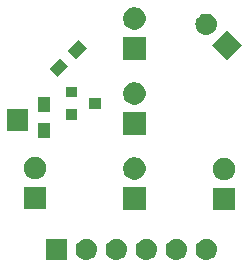
<source format=gbr>
G04 #@! TF.GenerationSoftware,KiCad,Pcbnew,5.0.1*
G04 #@! TF.CreationDate,2019-01-23T10:45:12+05:30*
G04 #@! TF.ProjectId,traffic,747261666669632E6B696361645F7063,rev?*
G04 #@! TF.SameCoordinates,Original*
G04 #@! TF.FileFunction,Soldermask,Bot*
G04 #@! TF.FilePolarity,Negative*
%FSLAX46Y46*%
G04 Gerber Fmt 4.6, Leading zero omitted, Abs format (unit mm)*
G04 Created by KiCad (PCBNEW 5.0.1) date Wed 23 Jan 2019 10:45:12 AM IST*
%MOMM*%
%LPD*%
G01*
G04 APERTURE LIST*
%ADD10C,0.100000*%
G04 APERTURE END LIST*
D10*
G36*
X153526442Y-104769518D02*
X153592627Y-104776037D01*
X153705853Y-104810384D01*
X153762467Y-104827557D01*
X153901087Y-104901652D01*
X153918991Y-104911222D01*
X153954729Y-104940552D01*
X154056186Y-105023814D01*
X154139448Y-105125271D01*
X154168778Y-105161009D01*
X154168779Y-105161011D01*
X154252443Y-105317533D01*
X154252443Y-105317534D01*
X154303963Y-105487373D01*
X154321359Y-105664000D01*
X154303963Y-105840627D01*
X154269616Y-105953853D01*
X154252443Y-106010467D01*
X154178348Y-106149087D01*
X154168778Y-106166991D01*
X154139448Y-106202729D01*
X154056186Y-106304186D01*
X153954729Y-106387448D01*
X153918991Y-106416778D01*
X153918989Y-106416779D01*
X153762467Y-106500443D01*
X153705853Y-106517616D01*
X153592627Y-106551963D01*
X153526442Y-106558482D01*
X153460260Y-106565000D01*
X153371740Y-106565000D01*
X153305558Y-106558482D01*
X153239373Y-106551963D01*
X153126147Y-106517616D01*
X153069533Y-106500443D01*
X152913011Y-106416779D01*
X152913009Y-106416778D01*
X152877271Y-106387448D01*
X152775814Y-106304186D01*
X152692552Y-106202729D01*
X152663222Y-106166991D01*
X152653652Y-106149087D01*
X152579557Y-106010467D01*
X152562384Y-105953853D01*
X152528037Y-105840627D01*
X152510641Y-105664000D01*
X152528037Y-105487373D01*
X152579557Y-105317534D01*
X152579557Y-105317533D01*
X152663221Y-105161011D01*
X152663222Y-105161009D01*
X152692552Y-105125271D01*
X152775814Y-105023814D01*
X152877271Y-104940552D01*
X152913009Y-104911222D01*
X152930913Y-104901652D01*
X153069533Y-104827557D01*
X153126147Y-104810384D01*
X153239373Y-104776037D01*
X153305558Y-104769518D01*
X153371740Y-104763000D01*
X153460260Y-104763000D01*
X153526442Y-104769518D01*
X153526442Y-104769518D01*
G37*
G36*
X150986442Y-104769518D02*
X151052627Y-104776037D01*
X151165853Y-104810384D01*
X151222467Y-104827557D01*
X151361087Y-104901652D01*
X151378991Y-104911222D01*
X151414729Y-104940552D01*
X151516186Y-105023814D01*
X151599448Y-105125271D01*
X151628778Y-105161009D01*
X151628779Y-105161011D01*
X151712443Y-105317533D01*
X151712443Y-105317534D01*
X151763963Y-105487373D01*
X151781359Y-105664000D01*
X151763963Y-105840627D01*
X151729616Y-105953853D01*
X151712443Y-106010467D01*
X151638348Y-106149087D01*
X151628778Y-106166991D01*
X151599448Y-106202729D01*
X151516186Y-106304186D01*
X151414729Y-106387448D01*
X151378991Y-106416778D01*
X151378989Y-106416779D01*
X151222467Y-106500443D01*
X151165853Y-106517616D01*
X151052627Y-106551963D01*
X150986442Y-106558482D01*
X150920260Y-106565000D01*
X150831740Y-106565000D01*
X150765558Y-106558482D01*
X150699373Y-106551963D01*
X150586147Y-106517616D01*
X150529533Y-106500443D01*
X150373011Y-106416779D01*
X150373009Y-106416778D01*
X150337271Y-106387448D01*
X150235814Y-106304186D01*
X150152552Y-106202729D01*
X150123222Y-106166991D01*
X150113652Y-106149087D01*
X150039557Y-106010467D01*
X150022384Y-105953853D01*
X149988037Y-105840627D01*
X149970641Y-105664000D01*
X149988037Y-105487373D01*
X150039557Y-105317534D01*
X150039557Y-105317533D01*
X150123221Y-105161011D01*
X150123222Y-105161009D01*
X150152552Y-105125271D01*
X150235814Y-105023814D01*
X150337271Y-104940552D01*
X150373009Y-104911222D01*
X150390913Y-104901652D01*
X150529533Y-104827557D01*
X150586147Y-104810384D01*
X150699373Y-104776037D01*
X150765558Y-104769518D01*
X150831740Y-104763000D01*
X150920260Y-104763000D01*
X150986442Y-104769518D01*
X150986442Y-104769518D01*
G37*
G36*
X148446442Y-104769518D02*
X148512627Y-104776037D01*
X148625853Y-104810384D01*
X148682467Y-104827557D01*
X148821087Y-104901652D01*
X148838991Y-104911222D01*
X148874729Y-104940552D01*
X148976186Y-105023814D01*
X149059448Y-105125271D01*
X149088778Y-105161009D01*
X149088779Y-105161011D01*
X149172443Y-105317533D01*
X149172443Y-105317534D01*
X149223963Y-105487373D01*
X149241359Y-105664000D01*
X149223963Y-105840627D01*
X149189616Y-105953853D01*
X149172443Y-106010467D01*
X149098348Y-106149087D01*
X149088778Y-106166991D01*
X149059448Y-106202729D01*
X148976186Y-106304186D01*
X148874729Y-106387448D01*
X148838991Y-106416778D01*
X148838989Y-106416779D01*
X148682467Y-106500443D01*
X148625853Y-106517616D01*
X148512627Y-106551963D01*
X148446442Y-106558482D01*
X148380260Y-106565000D01*
X148291740Y-106565000D01*
X148225558Y-106558482D01*
X148159373Y-106551963D01*
X148046147Y-106517616D01*
X147989533Y-106500443D01*
X147833011Y-106416779D01*
X147833009Y-106416778D01*
X147797271Y-106387448D01*
X147695814Y-106304186D01*
X147612552Y-106202729D01*
X147583222Y-106166991D01*
X147573652Y-106149087D01*
X147499557Y-106010467D01*
X147482384Y-105953853D01*
X147448037Y-105840627D01*
X147430641Y-105664000D01*
X147448037Y-105487373D01*
X147499557Y-105317534D01*
X147499557Y-105317533D01*
X147583221Y-105161011D01*
X147583222Y-105161009D01*
X147612552Y-105125271D01*
X147695814Y-105023814D01*
X147797271Y-104940552D01*
X147833009Y-104911222D01*
X147850913Y-104901652D01*
X147989533Y-104827557D01*
X148046147Y-104810384D01*
X148159373Y-104776037D01*
X148225558Y-104769518D01*
X148291740Y-104763000D01*
X148380260Y-104763000D01*
X148446442Y-104769518D01*
X148446442Y-104769518D01*
G37*
G36*
X145906442Y-104769518D02*
X145972627Y-104776037D01*
X146085853Y-104810384D01*
X146142467Y-104827557D01*
X146281087Y-104901652D01*
X146298991Y-104911222D01*
X146334729Y-104940552D01*
X146436186Y-105023814D01*
X146519448Y-105125271D01*
X146548778Y-105161009D01*
X146548779Y-105161011D01*
X146632443Y-105317533D01*
X146632443Y-105317534D01*
X146683963Y-105487373D01*
X146701359Y-105664000D01*
X146683963Y-105840627D01*
X146649616Y-105953853D01*
X146632443Y-106010467D01*
X146558348Y-106149087D01*
X146548778Y-106166991D01*
X146519448Y-106202729D01*
X146436186Y-106304186D01*
X146334729Y-106387448D01*
X146298991Y-106416778D01*
X146298989Y-106416779D01*
X146142467Y-106500443D01*
X146085853Y-106517616D01*
X145972627Y-106551963D01*
X145906442Y-106558482D01*
X145840260Y-106565000D01*
X145751740Y-106565000D01*
X145685558Y-106558482D01*
X145619373Y-106551963D01*
X145506147Y-106517616D01*
X145449533Y-106500443D01*
X145293011Y-106416779D01*
X145293009Y-106416778D01*
X145257271Y-106387448D01*
X145155814Y-106304186D01*
X145072552Y-106202729D01*
X145043222Y-106166991D01*
X145033652Y-106149087D01*
X144959557Y-106010467D01*
X144942384Y-105953853D01*
X144908037Y-105840627D01*
X144890641Y-105664000D01*
X144908037Y-105487373D01*
X144959557Y-105317534D01*
X144959557Y-105317533D01*
X145043221Y-105161011D01*
X145043222Y-105161009D01*
X145072552Y-105125271D01*
X145155814Y-105023814D01*
X145257271Y-104940552D01*
X145293009Y-104911222D01*
X145310913Y-104901652D01*
X145449533Y-104827557D01*
X145506147Y-104810384D01*
X145619373Y-104776037D01*
X145685558Y-104769518D01*
X145751740Y-104763000D01*
X145840260Y-104763000D01*
X145906442Y-104769518D01*
X145906442Y-104769518D01*
G37*
G36*
X143366442Y-104769518D02*
X143432627Y-104776037D01*
X143545853Y-104810384D01*
X143602467Y-104827557D01*
X143741087Y-104901652D01*
X143758991Y-104911222D01*
X143794729Y-104940552D01*
X143896186Y-105023814D01*
X143979448Y-105125271D01*
X144008778Y-105161009D01*
X144008779Y-105161011D01*
X144092443Y-105317533D01*
X144092443Y-105317534D01*
X144143963Y-105487373D01*
X144161359Y-105664000D01*
X144143963Y-105840627D01*
X144109616Y-105953853D01*
X144092443Y-106010467D01*
X144018348Y-106149087D01*
X144008778Y-106166991D01*
X143979448Y-106202729D01*
X143896186Y-106304186D01*
X143794729Y-106387448D01*
X143758991Y-106416778D01*
X143758989Y-106416779D01*
X143602467Y-106500443D01*
X143545853Y-106517616D01*
X143432627Y-106551963D01*
X143366442Y-106558482D01*
X143300260Y-106565000D01*
X143211740Y-106565000D01*
X143145558Y-106558482D01*
X143079373Y-106551963D01*
X142966147Y-106517616D01*
X142909533Y-106500443D01*
X142753011Y-106416779D01*
X142753009Y-106416778D01*
X142717271Y-106387448D01*
X142615814Y-106304186D01*
X142532552Y-106202729D01*
X142503222Y-106166991D01*
X142493652Y-106149087D01*
X142419557Y-106010467D01*
X142402384Y-105953853D01*
X142368037Y-105840627D01*
X142350641Y-105664000D01*
X142368037Y-105487373D01*
X142419557Y-105317534D01*
X142419557Y-105317533D01*
X142503221Y-105161011D01*
X142503222Y-105161009D01*
X142532552Y-105125271D01*
X142615814Y-105023814D01*
X142717271Y-104940552D01*
X142753009Y-104911222D01*
X142770913Y-104901652D01*
X142909533Y-104827557D01*
X142966147Y-104810384D01*
X143079373Y-104776037D01*
X143145558Y-104769518D01*
X143211740Y-104763000D01*
X143300260Y-104763000D01*
X143366442Y-104769518D01*
X143366442Y-104769518D01*
G37*
G36*
X141617000Y-106565000D02*
X139815000Y-106565000D01*
X139815000Y-104763000D01*
X141617000Y-104763000D01*
X141617000Y-106565000D01*
X141617000Y-106565000D01*
G37*
G36*
X155851000Y-102351000D02*
X153949000Y-102351000D01*
X153949000Y-100449000D01*
X155851000Y-100449000D01*
X155851000Y-102351000D01*
X155851000Y-102351000D01*
G37*
G36*
X148271000Y-102297000D02*
X146369000Y-102297000D01*
X146369000Y-100395000D01*
X148271000Y-100395000D01*
X148271000Y-102297000D01*
X148271000Y-102297000D01*
G37*
G36*
X139851000Y-102251000D02*
X137949000Y-102251000D01*
X137949000Y-100349000D01*
X139851000Y-100349000D01*
X139851000Y-102251000D01*
X139851000Y-102251000D01*
G37*
G36*
X155177396Y-97945546D02*
X155350466Y-98017234D01*
X155506230Y-98121312D01*
X155638688Y-98253770D01*
X155742766Y-98409534D01*
X155814454Y-98582604D01*
X155851000Y-98766333D01*
X155851000Y-98953667D01*
X155814454Y-99137396D01*
X155742766Y-99310466D01*
X155638688Y-99466230D01*
X155506230Y-99598688D01*
X155350466Y-99702766D01*
X155177396Y-99774454D01*
X154993667Y-99811000D01*
X154806333Y-99811000D01*
X154622604Y-99774454D01*
X154449534Y-99702766D01*
X154293770Y-99598688D01*
X154161312Y-99466230D01*
X154057234Y-99310466D01*
X153985546Y-99137396D01*
X153949000Y-98953667D01*
X153949000Y-98766333D01*
X153985546Y-98582604D01*
X154057234Y-98409534D01*
X154161312Y-98253770D01*
X154293770Y-98121312D01*
X154449534Y-98017234D01*
X154622604Y-97945546D01*
X154806333Y-97909000D01*
X154993667Y-97909000D01*
X155177396Y-97945546D01*
X155177396Y-97945546D01*
G37*
G36*
X147597396Y-97891546D02*
X147770466Y-97963234D01*
X147926230Y-98067312D01*
X148058688Y-98199770D01*
X148162766Y-98355534D01*
X148234454Y-98528604D01*
X148271000Y-98712333D01*
X148271000Y-98899667D01*
X148234454Y-99083396D01*
X148162766Y-99256466D01*
X148058688Y-99412230D01*
X147926230Y-99544688D01*
X147770466Y-99648766D01*
X147597396Y-99720454D01*
X147413667Y-99757000D01*
X147226333Y-99757000D01*
X147042604Y-99720454D01*
X146869534Y-99648766D01*
X146713770Y-99544688D01*
X146581312Y-99412230D01*
X146477234Y-99256466D01*
X146405546Y-99083396D01*
X146369000Y-98899667D01*
X146369000Y-98712333D01*
X146405546Y-98528604D01*
X146477234Y-98355534D01*
X146581312Y-98199770D01*
X146713770Y-98067312D01*
X146869534Y-97963234D01*
X147042604Y-97891546D01*
X147226333Y-97855000D01*
X147413667Y-97855000D01*
X147597396Y-97891546D01*
X147597396Y-97891546D01*
G37*
G36*
X139177396Y-97845546D02*
X139350466Y-97917234D01*
X139506230Y-98021312D01*
X139638688Y-98153770D01*
X139742766Y-98309534D01*
X139814454Y-98482604D01*
X139851000Y-98666333D01*
X139851000Y-98853667D01*
X139814454Y-99037396D01*
X139742766Y-99210466D01*
X139638688Y-99366230D01*
X139506230Y-99498688D01*
X139350466Y-99602766D01*
X139177396Y-99674454D01*
X138993667Y-99711000D01*
X138806333Y-99711000D01*
X138622604Y-99674454D01*
X138449534Y-99602766D01*
X138293770Y-99498688D01*
X138161312Y-99366230D01*
X138057234Y-99210466D01*
X137985546Y-99037396D01*
X137949000Y-98853667D01*
X137949000Y-98666333D01*
X137985546Y-98482604D01*
X138057234Y-98309534D01*
X138161312Y-98153770D01*
X138293770Y-98021312D01*
X138449534Y-97917234D01*
X138622604Y-97845546D01*
X138806333Y-97809000D01*
X138993667Y-97809000D01*
X139177396Y-97845546D01*
X139177396Y-97845546D01*
G37*
G36*
X140201000Y-96251000D02*
X139199000Y-96251000D01*
X139199000Y-94949000D01*
X140201000Y-94949000D01*
X140201000Y-96251000D01*
X140201000Y-96251000D01*
G37*
G36*
X148271000Y-95947000D02*
X146369000Y-95947000D01*
X146369000Y-94045000D01*
X148271000Y-94045000D01*
X148271000Y-95947000D01*
X148271000Y-95947000D01*
G37*
G36*
X138301000Y-95601000D02*
X136499000Y-95601000D01*
X136499000Y-93799000D01*
X138301000Y-93799000D01*
X138301000Y-95601000D01*
X138301000Y-95601000D01*
G37*
G36*
X142501000Y-94701000D02*
X141499000Y-94701000D01*
X141499000Y-93799000D01*
X142501000Y-93799000D01*
X142501000Y-94701000D01*
X142501000Y-94701000D01*
G37*
G36*
X140201000Y-94051000D02*
X139199000Y-94051000D01*
X139199000Y-92749000D01*
X140201000Y-92749000D01*
X140201000Y-94051000D01*
X140201000Y-94051000D01*
G37*
G36*
X144501000Y-93751000D02*
X143499000Y-93751000D01*
X143499000Y-92849000D01*
X144501000Y-92849000D01*
X144501000Y-93751000D01*
X144501000Y-93751000D01*
G37*
G36*
X147597396Y-91541546D02*
X147770466Y-91613234D01*
X147926230Y-91717312D01*
X148058688Y-91849770D01*
X148162766Y-92005534D01*
X148234454Y-92178604D01*
X148271000Y-92362333D01*
X148271000Y-92549667D01*
X148234454Y-92733396D01*
X148162766Y-92906466D01*
X148058688Y-93062230D01*
X147926230Y-93194688D01*
X147770466Y-93298766D01*
X147597396Y-93370454D01*
X147413667Y-93407000D01*
X147226333Y-93407000D01*
X147042604Y-93370454D01*
X146869534Y-93298766D01*
X146713770Y-93194688D01*
X146581312Y-93062230D01*
X146477234Y-92906466D01*
X146405546Y-92733396D01*
X146369000Y-92549667D01*
X146369000Y-92362333D01*
X146405546Y-92178604D01*
X146477234Y-92005534D01*
X146581312Y-91849770D01*
X146713770Y-91717312D01*
X146869534Y-91613234D01*
X147042604Y-91541546D01*
X147226333Y-91505000D01*
X147413667Y-91505000D01*
X147597396Y-91541546D01*
X147597396Y-91541546D01*
G37*
G36*
X142501000Y-92801000D02*
X141499000Y-92801000D01*
X141499000Y-91899000D01*
X142501000Y-91899000D01*
X142501000Y-92801000D01*
X142501000Y-92801000D01*
G37*
G36*
X141736771Y-90171751D02*
X140816117Y-91092405D01*
X140107595Y-90383883D01*
X141028249Y-89463229D01*
X141736771Y-90171751D01*
X141736771Y-90171751D01*
G37*
G36*
X156468207Y-88392000D02*
X155194000Y-89666207D01*
X153919793Y-88392000D01*
X155194000Y-87117793D01*
X156468207Y-88392000D01*
X156468207Y-88392000D01*
G37*
G36*
X148271000Y-89597000D02*
X146369000Y-89597000D01*
X146369000Y-87695000D01*
X148271000Y-87695000D01*
X148271000Y-89597000D01*
X148271000Y-89597000D01*
G37*
G36*
X143292405Y-88616117D02*
X142371751Y-89536771D01*
X141663229Y-88828249D01*
X142583883Y-87907595D01*
X143292405Y-88616117D01*
X143292405Y-88616117D01*
G37*
G36*
X153508391Y-85701467D02*
X153574576Y-85707986D01*
X153687802Y-85742333D01*
X153744416Y-85759506D01*
X153873687Y-85828604D01*
X153900940Y-85843171D01*
X153936678Y-85872501D01*
X154038135Y-85955763D01*
X154121397Y-86057220D01*
X154150727Y-86092958D01*
X154150728Y-86092960D01*
X154234392Y-86249482D01*
X154234392Y-86249483D01*
X154285912Y-86419322D01*
X154303308Y-86595949D01*
X154285912Y-86772576D01*
X154264037Y-86844688D01*
X154234392Y-86942416D01*
X154192679Y-87020454D01*
X154150727Y-87098940D01*
X154135254Y-87117794D01*
X154038135Y-87236135D01*
X153936678Y-87319397D01*
X153900940Y-87348727D01*
X153900938Y-87348728D01*
X153744416Y-87432392D01*
X153687802Y-87449565D01*
X153574576Y-87483912D01*
X153508392Y-87490430D01*
X153442209Y-87496949D01*
X153353689Y-87496949D01*
X153287506Y-87490430D01*
X153221322Y-87483912D01*
X153108096Y-87449565D01*
X153051482Y-87432392D01*
X152894960Y-87348728D01*
X152894958Y-87348727D01*
X152859220Y-87319397D01*
X152757763Y-87236135D01*
X152660644Y-87117794D01*
X152645171Y-87098940D01*
X152603219Y-87020454D01*
X152561506Y-86942416D01*
X152531861Y-86844688D01*
X152509986Y-86772576D01*
X152492590Y-86595949D01*
X152509986Y-86419322D01*
X152561506Y-86249483D01*
X152561506Y-86249482D01*
X152645170Y-86092960D01*
X152645171Y-86092958D01*
X152674501Y-86057220D01*
X152757763Y-85955763D01*
X152859220Y-85872501D01*
X152894958Y-85843171D01*
X152922211Y-85828604D01*
X153051482Y-85759506D01*
X153108096Y-85742333D01*
X153221322Y-85707986D01*
X153287507Y-85701467D01*
X153353689Y-85694949D01*
X153442209Y-85694949D01*
X153508391Y-85701467D01*
X153508391Y-85701467D01*
G37*
G36*
X147597396Y-85191546D02*
X147770466Y-85263234D01*
X147926230Y-85367312D01*
X148058688Y-85499770D01*
X148162766Y-85655534D01*
X148234454Y-85828604D01*
X148271000Y-86012333D01*
X148271000Y-86199667D01*
X148234454Y-86383396D01*
X148162766Y-86556466D01*
X148058688Y-86712230D01*
X147926230Y-86844688D01*
X147770466Y-86948766D01*
X147597396Y-87020454D01*
X147413667Y-87057000D01*
X147226333Y-87057000D01*
X147042604Y-87020454D01*
X146869534Y-86948766D01*
X146713770Y-86844688D01*
X146581312Y-86712230D01*
X146477234Y-86556466D01*
X146405546Y-86383396D01*
X146369000Y-86199667D01*
X146369000Y-86012333D01*
X146405546Y-85828604D01*
X146477234Y-85655534D01*
X146581312Y-85499770D01*
X146713770Y-85367312D01*
X146869534Y-85263234D01*
X147042604Y-85191546D01*
X147226333Y-85155000D01*
X147413667Y-85155000D01*
X147597396Y-85191546D01*
X147597396Y-85191546D01*
G37*
M02*

</source>
